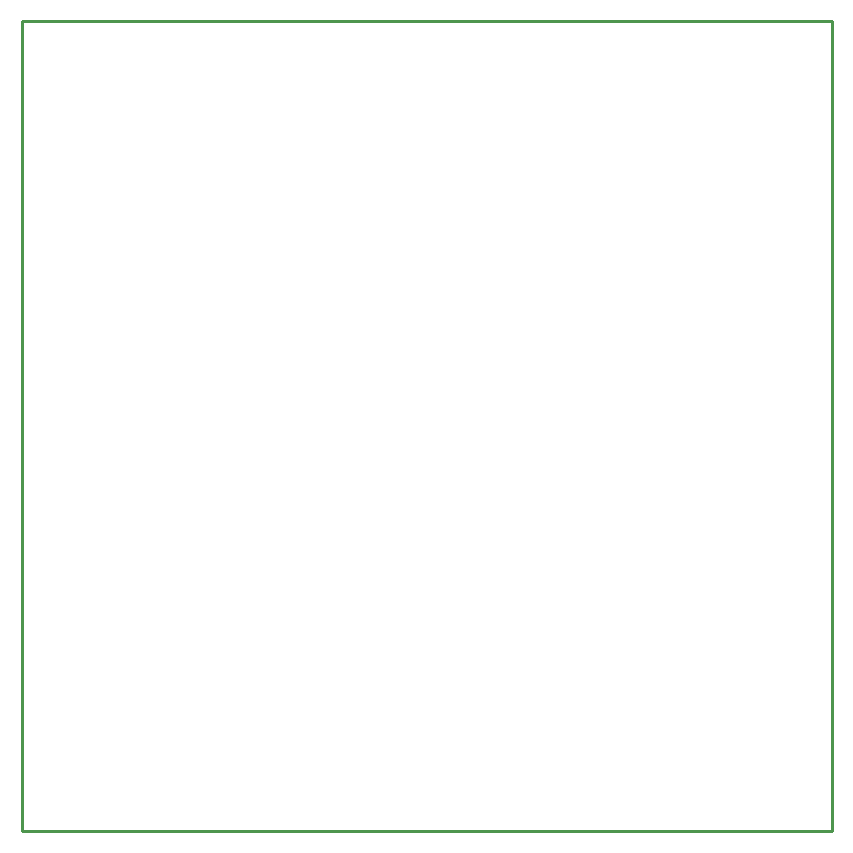
<source format=gko>
G04 Layer: BoardOutlineLayer*
G04 EasyEDA v6.5.22, 2023-03-23 22:40:55*
G04 3627553c056445a1abe21900e2fb236e,da1fd6cafd0d43568a8352192e737843,10*
G04 Gerber Generator version 0.2*
G04 Scale: 100 percent, Rotated: No, Reflected: No *
G04 Dimensions in inches *
G04 leading zeros omitted , absolute positions ,3 integer and 6 decimal *
%FSLAX36Y36*%
%MOIN*%

%ADD10C,0.0100*%
D10*
X2400000Y3100000D02*
G01*
X5100000Y3100000D01*
X5100000Y400000D01*
X2400000Y400000D01*
X2400000Y3100000D01*

%LPD*%
M02*

</source>
